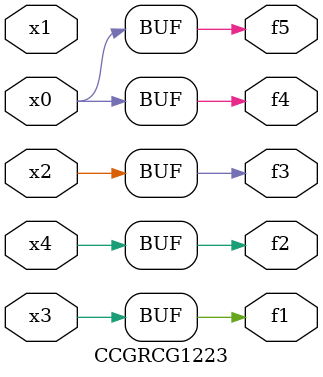
<source format=v>
module CCGRCG1223(
	input x0, x1, x2, x3, x4,
	output f1, f2, f3, f4, f5
);
	assign f1 = x3;
	assign f2 = x4;
	assign f3 = x2;
	assign f4 = x0;
	assign f5 = x0;
endmodule

</source>
